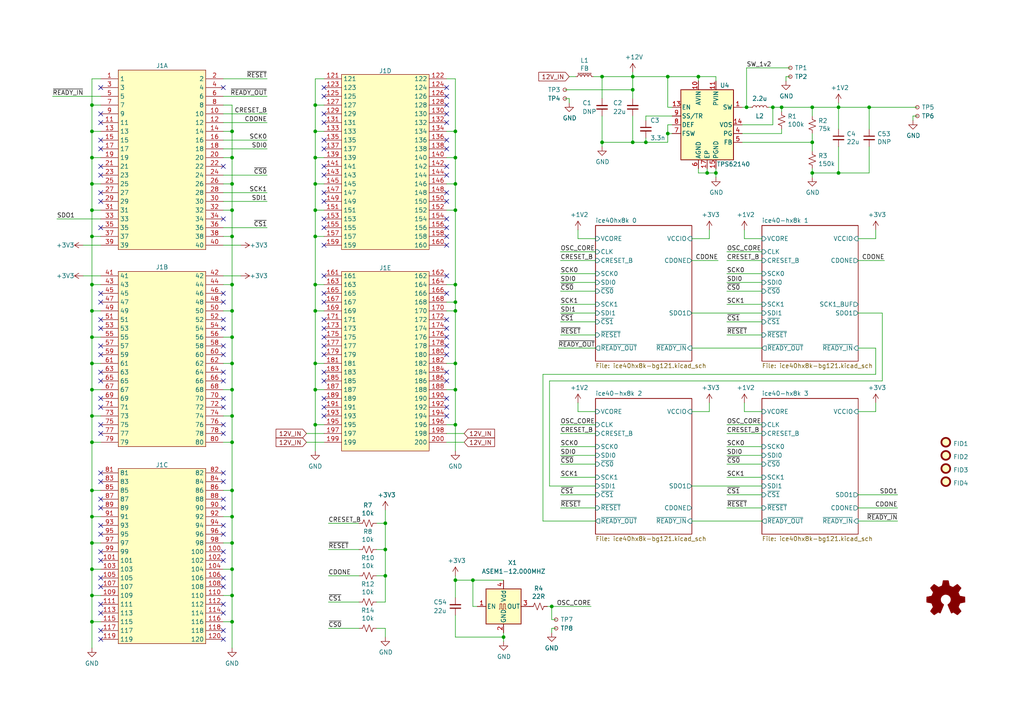
<source format=kicad_sch>
(kicad_sch (version 20211123) (generator eeschema)
  (paper "A4")
  (title_block (date "2021-08-15") (rev "CM4") (company "fourside.io"))
  (junction (at 67.31 180.34))
  (junction (at 132.08 38.1))
  (junction (at 26.67 180.34))
  (junction (at 67.31 128.27))
  (junction (at 26.67 149.86))
  (junction (at 26.67 105.41))
  (junction (at 132.08 123.19))
  (junction (at 26.67 142.24))
  (junction (at 26.67 45.72))
  (junction (at 132.08 53.34))
  (junction (at 26.67 68.58))
  (junction (at 224.155 31.115))
  (junction (at 26.67 90.17))
  (junction (at 132.08 113.03))
  (junction (at 26.67 157.48))
  (junction (at 91.44 38.1))
  (junction (at 111.76 159.385))
  (junction (at 91.44 45.72))
  (junction (at 67.31 172.72))
  (junction (at 26.67 165.1))
  (junction (at 174.625 22.225))
  (junction (at 67.31 53.34))
  (junction (at 91.44 60.96))
  (junction (at 67.31 97.79))
  (junction (at 193.675 22.225))
  (junction (at 160.02 175.895))
  (junction (at 132.08 82.55))
  (junction (at 252.095 31.115))
  (junction (at 91.44 113.03))
  (junction (at 207.645 50.165))
  (junction (at 67.31 60.96))
  (junction (at 132.08 168.275))
  (junction (at 235.585 50.165))
  (junction (at 193.675 38.735))
  (junction (at 132.08 90.17))
  (junction (at 26.67 97.79))
  (junction (at 243.205 31.115))
  (junction (at 187.325 41.275))
  (junction (at 67.31 82.55))
  (junction (at 174.625 41.275))
  (junction (at 111.76 167.005))
  (junction (at 132.08 105.41))
  (junction (at 67.31 149.86))
  (junction (at 91.44 123.19))
  (junction (at 26.67 30.48))
  (junction (at 67.31 157.48))
  (junction (at 111.76 151.765))
  (junction (at 183.515 41.275))
  (junction (at 183.515 22.225))
  (junction (at 226.695 31.115))
  (junction (at 26.67 38.1))
  (junction (at 26.67 128.27))
  (junction (at 67.31 90.17))
  (junction (at 67.31 38.1))
  (junction (at 132.08 60.96))
  (junction (at 235.585 41.275))
  (junction (at 26.67 82.55))
  (junction (at 91.44 82.55))
  (junction (at 235.585 31.115))
  (junction (at 26.67 113.03))
  (junction (at 183.515 26.035))
  (junction (at 67.31 105.41))
  (junction (at 67.31 45.72))
  (junction (at 26.67 60.96))
  (junction (at 91.44 30.48))
  (junction (at 26.67 120.65))
  (junction (at 137.16 168.275))
  (junction (at 67.31 120.65))
  (junction (at 202.565 22.225))
  (junction (at 243.205 50.165))
  (junction (at 26.67 53.34))
  (junction (at 67.31 113.03))
  (junction (at 26.67 172.72))
  (junction (at 91.44 68.58))
  (junction (at 132.08 45.72))
  (junction (at 205.105 50.165))
  (junction (at 91.44 90.17))
  (junction (at 146.05 184.785))
  (junction (at 132.08 87.63))
  (junction (at 216.535 31.115))
  (junction (at 67.31 142.24))
  (junction (at 91.44 105.41))
  (junction (at 67.31 68.58))
  (junction (at 91.44 53.34))
  (junction (at 67.31 165.1))
  (no_connect (at 64.77 107.95))
  (no_connect (at 64.77 102.87))
  (no_connect (at 64.77 87.63))
  (no_connect (at 64.77 115.57))
  (no_connect (at 64.77 110.49))
  (no_connect (at 64.77 118.11))
  (no_connect (at 64.77 125.73))
  (no_connect (at 64.77 123.19))
  (no_connect (at 64.77 95.25))
  (no_connect (at 129.54 92.71))
  (no_connect (at 64.77 25.4))
  (no_connect (at 129.54 27.94))
  (no_connect (at 29.21 162.56))
  (no_connect (at 29.21 123.19))
  (no_connect (at 29.21 118.11))
  (no_connect (at 29.21 102.87))
  (no_connect (at 29.21 87.63))
  (no_connect (at 29.21 107.95))
  (no_connect (at 29.21 115.57))
  (no_connect (at 29.21 125.73))
  (no_connect (at 29.21 95.25))
  (no_connect (at 93.98 115.57))
  (no_connect (at 129.54 80.01))
  (no_connect (at 129.54 85.09))
  (no_connect (at 129.54 40.64))
  (no_connect (at 129.54 43.18))
  (no_connect (at 129.54 50.8))
  (no_connect (at 129.54 48.26))
  (no_connect (at 129.54 58.42))
  (no_connect (at 129.54 63.5))
  (no_connect (at 129.54 71.12))
  (no_connect (at 129.54 68.58))
  (no_connect (at 129.54 66.04))
  (no_connect (at 129.54 55.88))
  (no_connect (at 64.77 177.8))
  (no_connect (at 93.98 107.95))
  (no_connect (at 93.98 110.49))
  (no_connect (at 129.54 110.49))
  (no_connect (at 64.77 137.16))
  (no_connect (at 64.77 139.7))
  (no_connect (at 129.54 97.79))
  (no_connect (at 64.77 152.4))
  (no_connect (at 64.77 154.94))
  (no_connect (at 64.77 162.56))
  (no_connect (at 29.21 170.18))
  (no_connect (at 64.77 182.88))
  (no_connect (at 64.77 185.42))
  (no_connect (at 29.21 182.88))
  (no_connect (at 29.21 152.4))
  (no_connect (at 29.21 154.94))
  (no_connect (at 64.77 48.26))
  (no_connect (at 29.21 66.04))
  (no_connect (at 64.77 167.64))
  (no_connect (at 29.21 50.8))
  (no_connect (at 129.54 102.87))
  (no_connect (at 129.54 33.02))
  (no_connect (at 29.21 110.49))
  (no_connect (at 93.98 120.65))
  (no_connect (at 64.77 170.18))
  (no_connect (at 129.54 120.65))
  (no_connect (at 129.54 95.25))
  (no_connect (at 29.21 48.26))
  (no_connect (at 29.21 175.26))
  (no_connect (at 29.21 55.88))
  (no_connect (at 64.77 85.09))
  (no_connect (at 29.21 100.33))
  (no_connect (at 64.77 100.33))
  (no_connect (at 64.77 92.71))
  (no_connect (at 29.21 92.71))
  (no_connect (at 29.21 85.09))
  (no_connect (at 29.21 177.8))
  (no_connect (at 64.77 175.26))
  (no_connect (at 64.77 160.02))
  (no_connect (at 29.21 160.02))
  (no_connect (at 29.21 167.64))
  (no_connect (at 129.54 25.4))
  (no_connect (at 93.98 118.11))
  (no_connect (at 64.77 147.32))
  (no_connect (at 64.77 144.78))
  (no_connect (at 129.54 30.48))
  (no_connect (at 129.54 115.57))
  (no_connect (at 129.54 118.11))
  (no_connect (at 29.21 33.02))
  (no_connect (at 29.21 35.56))
  (no_connect (at 29.21 43.18))
  (no_connect (at 29.21 25.4))
  (no_connect (at 129.54 107.95))
  (no_connect (at 93.98 100.33))
  (no_connect (at 29.21 144.78))
  (no_connect (at 29.21 147.32))
  (no_connect (at 29.21 139.7))
  (no_connect (at 29.21 137.16))
  (no_connect (at 129.54 100.33))
  (no_connect (at 29.21 40.64))
  (no_connect (at 93.98 102.87))
  (no_connect (at 93.98 95.25))
  (no_connect (at 93.98 97.79))
  (no_connect (at 93.98 92.71))
  (no_connect (at 93.98 87.63))
  (no_connect (at 93.98 63.5))
  (no_connect (at 93.98 58.42))
  (no_connect (at 93.98 55.88))
  (no_connect (at 93.98 50.8))
  (no_connect (at 93.98 66.04))
  (no_connect (at 93.98 85.09))
  (no_connect (at 93.98 71.12))
  (no_connect (at 93.98 80.01))
  (no_connect (at 93.98 48.26))
  (no_connect (at 93.98 40.64))
  (no_connect (at 93.98 43.18))
  (no_connect (at 93.98 33.02))
  (no_connect (at 93.98 35.56))
  (no_connect (at 93.98 25.4))
  (no_connect (at 93.98 27.94))
  (no_connect (at 129.54 35.56))
  (no_connect (at 29.21 58.42))
  (no_connect (at 29.21 185.42))
  (no_connect (at 64.77 63.5))
  (wire (pts (xy 95.25 182.245) (xy 104.14 182.245)))
  (wire (pts (xy 132.08 105.41) (xy 132.08 113.03)))
  (wire (pts (xy 26.67 30.48) (xy 29.21 30.48)))
  (wire (pts (xy 67.31 157.48) (xy 64.77 157.48)))
  (wire (pts (xy 67.31 90.17) (xy 67.31 97.79)))
  (wire (pts (xy 111.76 167.005) (xy 111.76 174.625)))
  (wire (pts (xy 26.67 45.72) (xy 26.67 53.34)))
  (wire (pts (xy 91.44 60.96) (xy 93.98 60.96)))
  (wire (pts (xy 91.44 105.41) (xy 93.98 105.41)))
  (wire (pts (xy 227.965 23.495) (xy 227.965 22.225)))
  (wire (pts (xy 67.31 113.03) (xy 67.31 120.65)))
  (wire (pts (xy 210.82 123.19) (xy 220.98 123.19)))
  (wire (pts (xy 224.155 31.115) (xy 222.885 31.115)))
  (wire (pts (xy 163.83 26.035) (xy 183.515 26.035)))
  (wire (pts (xy 67.31 142.24) (xy 67.31 149.86)))
  (wire (pts (xy 26.67 105.41) (xy 26.67 113.03)))
  (wire (pts (xy 183.515 33.655) (xy 183.515 41.275)))
  (wire (pts (xy 137.16 175.895) (xy 137.16 168.275)))
  (wire (pts (xy 26.67 68.58) (xy 26.67 82.55)))
  (wire (pts (xy 162.56 125.73) (xy 172.72 125.73)))
  (wire (pts (xy 26.67 128.27) (xy 29.21 128.27)))
  (wire (pts (xy 210.82 84.455) (xy 220.98 84.455)))
  (wire (pts (xy 91.44 90.17) (xy 93.98 90.17)))
  (wire (pts (xy 111.76 167.005) (xy 109.22 167.005)))
  (wire (pts (xy 160.02 179.705) (xy 160.02 175.895)))
  (wire (pts (xy 202.565 23.495) (xy 202.565 22.225)))
  (wire (pts (xy 111.76 151.765) (xy 109.22 151.765)))
  (wire (pts (xy 159.385 110.49) (xy 255.905 110.49)))
  (wire (pts (xy 26.67 38.1) (xy 26.67 45.72)))
  (wire (pts (xy 193.675 31.115) (xy 194.945 31.115)))
  (wire (pts (xy 26.67 60.96) (xy 29.21 60.96)))
  (wire (pts (xy 91.44 53.34) (xy 93.98 53.34)))
  (wire (pts (xy 132.08 82.55) (xy 132.08 87.63)))
  (wire (pts (xy 227.965 22.225) (xy 229.235 22.225)))
  (wire (pts (xy 243.205 42.545) (xy 243.205 50.165)))
  (wire (pts (xy 226.695 37.465) (xy 226.695 38.735)))
  (wire (pts (xy 252.095 31.115) (xy 252.095 37.465)))
  (wire (pts (xy 24.13 71.12) (xy 29.21 71.12)))
  (wire (pts (xy 67.31 53.34) (xy 64.77 53.34)))
  (wire (pts (xy 26.67 97.79) (xy 29.21 97.79)))
  (wire (pts (xy 165.1 22.225) (xy 167.005 22.225)))
  (wire (pts (xy 137.16 168.275) (xy 146.05 168.275)))
  (wire (pts (xy 64.77 35.56) (xy 77.47 35.56)))
  (wire (pts (xy 172.72 69.215) (xy 167.64 69.215)))
  (wire (pts (xy 160.02 175.895) (xy 171.45 175.895)))
  (wire (pts (xy 111.76 182.245) (xy 109.22 182.245)))
  (wire (pts (xy 132.08 82.55) (xy 129.54 82.55)))
  (wire (pts (xy 235.585 41.275) (xy 235.585 38.735)))
  (wire (pts (xy 210.82 75.565) (xy 220.98 75.565)))
  (wire (pts (xy 132.08 60.96) (xy 129.54 60.96)))
  (wire (pts (xy 64.77 66.04) (xy 77.47 66.04)))
  (wire (pts (xy 172.72 119.38) (xy 167.64 119.38)))
  (wire (pts (xy 200.66 100.965) (xy 220.98 100.965)))
  (wire (pts (xy 252.095 50.165) (xy 243.205 50.165)))
  (wire (pts (xy 26.67 180.34) (xy 26.67 187.96)))
  (wire (pts (xy 159.385 110.49) (xy 159.385 140.97)))
  (wire (pts (xy 64.77 50.8) (xy 77.47 50.8)))
  (wire (pts (xy 254 66.675) (xy 254 69.215)))
  (wire (pts (xy 159.385 140.97) (xy 172.72 140.97)))
  (wire (pts (xy 111.76 147.955) (xy 111.76 151.765)))
  (wire (pts (xy 243.205 31.115) (xy 252.095 31.115)))
  (wire (pts (xy 158.75 175.895) (xy 160.02 175.895)))
  (wire (pts (xy 67.31 60.96) (xy 67.31 68.58)))
  (wire (pts (xy 224.155 36.195) (xy 224.155 31.115)))
  (wire (pts (xy 174.625 41.275) (xy 174.625 42.545)))
  (wire (pts (xy 64.77 40.64) (xy 77.47 40.64)))
  (wire (pts (xy 157.48 108.585) (xy 254 108.585)))
  (wire (pts (xy 216.535 19.685) (xy 229.235 19.685)))
  (wire (pts (xy 67.31 45.72) (xy 67.31 53.34)))
  (wire (pts (xy 215.9 116.84) (xy 215.9 119.38)))
  (wire (pts (xy 26.67 30.48) (xy 26.67 38.1)))
  (wire (pts (xy 162.56 134.62) (xy 172.72 134.62)))
  (wire (pts (xy 26.67 128.27) (xy 26.67 142.24)))
  (wire (pts (xy 162.56 143.51) (xy 172.72 143.51)))
  (wire (pts (xy 235.585 51.435) (xy 235.585 50.165)))
  (wire (pts (xy 183.515 22.225) (xy 183.515 26.035)))
  (wire (pts (xy 26.67 22.86) (xy 26.67 30.48)))
  (wire (pts (xy 162.56 97.155) (xy 172.72 97.155)))
  (wire (pts (xy 200.66 75.565) (xy 208.28 75.565)))
  (wire (pts (xy 157.48 151.13) (xy 172.72 151.13)))
  (wire (pts (xy 29.21 22.86) (xy 26.67 22.86)))
  (wire (pts (xy 162.56 73.025) (xy 172.72 73.025)))
  (wire (pts (xy 26.67 172.72) (xy 29.21 172.72)))
  (wire (pts (xy 67.31 113.03) (xy 64.77 113.03)))
  (wire (pts (xy 210.82 93.345) (xy 220.98 93.345)))
  (wire (pts (xy 187.325 41.275) (xy 183.515 41.275)))
  (wire (pts (xy 26.67 68.58) (xy 29.21 68.58)))
  (wire (pts (xy 67.31 120.65) (xy 64.77 120.65)))
  (wire (pts (xy 15.24 27.94) (xy 29.21 27.94)))
  (wire (pts (xy 64.77 58.42) (xy 77.47 58.42)))
  (wire (pts (xy 91.44 113.03) (xy 91.44 123.19)))
  (wire (pts (xy 26.67 120.65) (xy 29.21 120.65)))
  (wire (pts (xy 162.56 88.265) (xy 172.72 88.265)))
  (wire (pts (xy 26.67 180.34) (xy 29.21 180.34)))
  (wire (pts (xy 243.205 31.115) (xy 243.205 29.845)))
  (wire (pts (xy 26.67 90.17) (xy 29.21 90.17)))
  (wire (pts (xy 91.44 45.72) (xy 91.44 53.34)))
  (wire (pts (xy 26.67 82.55) (xy 26.67 90.17)))
  (wire (pts (xy 210.82 125.73) (xy 220.98 125.73)))
  (wire (pts (xy 91.44 82.55) (xy 91.44 90.17)))
  (wire (pts (xy 157.48 108.585) (xy 157.48 151.13)))
  (wire (pts (xy 210.82 134.62) (xy 220.98 134.62)))
  (wire (pts (xy 167.64 66.675) (xy 167.64 69.215)))
  (wire (pts (xy 202.565 50.165) (xy 202.565 48.895)))
  (wire (pts (xy 243.205 31.115) (xy 243.205 37.465)))
  (wire (pts (xy 193.675 22.225) (xy 193.675 31.115)))
  (wire (pts (xy 200.66 119.38) (xy 205.74 119.38)))
  (wire (pts (xy 210.82 88.265) (xy 220.98 88.265)))
  (wire (pts (xy 67.31 128.27) (xy 64.77 128.27)))
  (wire (pts (xy 67.31 97.79) (xy 64.77 97.79)))
  (wire (pts (xy 215.265 38.735) (xy 226.695 38.735)))
  (wire (pts (xy 132.08 60.96) (xy 132.08 82.55)))
  (wire (pts (xy 26.67 53.34) (xy 29.21 53.34)))
  (wire (pts (xy 26.67 157.48) (xy 29.21 157.48)))
  (wire (pts (xy 200.66 90.805) (xy 220.98 90.805)))
  (wire (pts (xy 200.66 151.13) (xy 220.98 151.13)))
  (wire (pts (xy 205.74 66.675) (xy 205.74 69.215)))
  (wire (pts (xy 132.08 38.1) (xy 132.08 22.86)))
  (wire (pts (xy 132.08 105.41) (xy 129.54 105.41)))
  (wire (pts (xy 200.66 140.97) (xy 220.98 140.97)))
  (wire (pts (xy 210.82 79.375) (xy 220.98 79.375)))
  (wire (pts (xy 26.67 45.72) (xy 29.21 45.72)))
  (wire (pts (xy 187.325 41.275) (xy 193.675 41.275)))
  (wire (pts (xy 187.325 40.005) (xy 187.325 41.275)))
  (wire (pts (xy 91.44 45.72) (xy 93.98 45.72)))
  (wire (pts (xy 132.08 184.785) (xy 146.05 184.785)))
  (wire (pts (xy 174.625 22.225) (xy 183.515 22.225)))
  (wire (pts (xy 132.08 168.275) (xy 137.16 168.275)))
  (wire (pts (xy 146.05 184.785) (xy 146.05 186.055)))
  (wire (pts (xy 193.675 22.225) (xy 202.565 22.225)))
  (wire (pts (xy 220.98 69.215) (xy 215.9 69.215)))
  (wire (pts (xy 160.02 182.245) (xy 160.02 183.515)))
  (wire (pts (xy 162.56 79.375) (xy 172.72 79.375)))
  (wire (pts (xy 138.43 175.895) (xy 137.16 175.895)))
  (wire (pts (xy 95.25 159.385) (xy 104.14 159.385)))
  (wire (pts (xy 95.25 167.005) (xy 104.14 167.005)))
  (wire (pts (xy 132.08 45.72) (xy 132.08 53.34)))
  (wire (pts (xy 248.92 119.38) (xy 254 119.38)))
  (wire (pts (xy 248.92 147.32) (xy 260.35 147.32)))
  (wire (pts (xy 91.44 68.58) (xy 93.98 68.58)))
  (wire (pts (xy 264.795 33.655) (xy 264.795 34.925)))
  (wire (pts (xy 174.625 33.655) (xy 174.625 41.275)))
  (wire (pts (xy 235.585 31.115) (xy 243.205 31.115)))
  (wire (pts (xy 132.08 90.17) (xy 129.54 90.17)))
  (wire (pts (xy 167.64 116.84) (xy 167.64 119.38)))
  (wire (pts (xy 226.695 31.115) (xy 226.695 32.385)))
  (wire (pts (xy 67.31 60.96) (xy 64.77 60.96)))
  (wire (pts (xy 67.31 165.1) (xy 64.77 165.1)))
  (wire (pts (xy 165.1 29.845) (xy 165.1 28.575)))
  (wire (pts (xy 67.31 165.1) (xy 67.31 172.72)))
  (wire (pts (xy 210.82 138.43) (xy 220.98 138.43)))
  (wire (pts (xy 210.82 143.51) (xy 220.98 143.51)))
  (wire (pts (xy 91.44 30.48) (xy 93.98 30.48)))
  (wire (pts (xy 210.82 73.025) (xy 220.98 73.025)))
  (wire (pts (xy 91.44 105.41) (xy 91.44 113.03)))
  (wire (pts (xy 205.74 116.84) (xy 205.74 119.38)))
  (wire (pts (xy 216.535 19.685) (xy 216.535 31.115)))
  (wire (pts (xy 183.515 20.955) (xy 183.515 22.225)))
  (wire (pts (xy 207.645 50.165) (xy 205.105 50.165)))
  (wire (pts (xy 91.44 60.96) (xy 91.44 68.58)))
  (wire (pts (xy 215.265 36.195) (xy 224.155 36.195)))
  (wire (pts (xy 162.56 147.32) (xy 172.72 147.32)))
  (wire (pts (xy 67.31 38.1) (xy 64.77 38.1)))
  (wire (pts (xy 162.56 123.19) (xy 172.72 123.19)))
  (wire (pts (xy 26.67 172.72) (xy 26.67 180.34)))
  (wire (pts (xy 93.98 22.86) (xy 91.44 22.86)))
  (wire (pts (xy 194.945 36.195) (xy 193.675 36.195)))
  (wire (pts (xy 210.82 129.54) (xy 220.98 129.54)))
  (wire (pts (xy 67.31 172.72) (xy 64.77 172.72)))
  (wire (pts (xy 248.92 75.565) (xy 256.54 75.565)))
  (wire (pts (xy 67.31 45.72) (xy 64.77 45.72)))
  (wire (pts (xy 224.155 31.115) (xy 226.695 31.115)))
  (wire (pts (xy 132.08 87.63) (xy 132.08 90.17)))
  (wire (pts (xy 193.675 36.195) (xy 193.675 38.735)))
  (wire (pts (xy 91.44 38.1) (xy 91.44 45.72)))
  (wire (pts (xy 91.44 113.03) (xy 93.98 113.03)))
  (wire (pts (xy 67.31 38.1) (xy 67.31 45.72)))
  (wire (pts (xy 207.645 48.895) (xy 207.645 50.165)))
  (wire (pts (xy 207.645 22.225) (xy 207.645 23.495)))
  (wire (pts (xy 216.535 31.115) (xy 217.805 31.115)))
  (wire (pts (xy 91.44 90.17) (xy 91.44 105.41)))
  (wire (pts (xy 132.08 38.1) (xy 132.08 45.72)))
  (wire (pts (xy 266.065 33.655) (xy 264.795 33.655)))
  (wire (pts (xy 26.67 105.41) (xy 29.21 105.41)))
  (wire (pts (xy 215.265 31.115) (xy 216.535 31.115)))
  (wire (pts (xy 111.76 159.385) (xy 111.76 167.005)))
  (wire (pts (xy 26.67 165.1) (xy 29.21 165.1)))
  (wire (pts (xy 132.08 178.435) (xy 132.08 184.785)))
  (wire (pts (xy 67.31 68.58) (xy 64.77 68.58)))
  (wire (pts (xy 88.9 128.27) (xy 93.98 128.27)))
  (wire (pts (xy 26.67 142.24) (xy 26.67 149.86)))
  (wire (pts (xy 202.565 22.225) (xy 207.645 22.225)))
  (wire (pts (xy 183.515 26.035) (xy 183.515 28.575)))
  (wire (pts (xy 67.31 82.55) (xy 67.31 90.17)))
  (wire (pts (xy 248.92 143.51) (xy 260.35 143.51)))
  (wire (pts (xy 67.31 149.86) (xy 67.31 157.48)))
  (wire (pts (xy 252.095 31.115) (xy 266.065 31.115)))
  (wire (pts (xy 111.76 151.765) (xy 111.76 159.385)))
  (wire (pts (xy 95.25 174.625) (xy 104.14 174.625)))
  (wire (pts (xy 172.085 22.225) (xy 174.625 22.225)))
  (wire (pts (xy 129.54 87.63) (xy 132.08 87.63)))
  (wire (pts (xy 132.08 45.72) (xy 129.54 45.72)))
  (wire (pts (xy 162.56 132.08) (xy 172.72 132.08)))
  (wire (pts (xy 67.31 68.58) (xy 67.31 82.55)))
  (wire (pts (xy 67.31 172.72) (xy 67.31 180.34)))
  (wire (pts (xy 254 116.84) (xy 254 119.38)))
  (wire (pts (xy 183.515 22.225) (xy 193.675 22.225)))
  (wire (pts (xy 193.675 38.735) (xy 193.675 41.275)))
  (wire (pts (xy 64.77 43.18) (xy 77.47 43.18)))
  (wire (pts (xy 162.56 81.915) (xy 172.72 81.915)))
  (wire (pts (xy 207.645 51.435) (xy 207.645 50.165)))
  (wire (pts (xy 146.05 184.785) (xy 146.05 183.515)))
  (wire (pts (xy 174.625 41.275) (xy 183.515 41.275)))
  (wire (pts (xy 67.31 149.86) (xy 64.77 149.86)))
  (wire (pts (xy 162.56 84.455) (xy 172.72 84.455)))
  (wire (pts (xy 64.77 22.86) (xy 77.47 22.86)))
  (wire (pts (xy 205.105 50.165) (xy 202.565 50.165)))
  (wire (pts (xy 88.9 125.73) (xy 93.98 125.73)))
  (wire (pts (xy 91.44 53.34) (xy 91.44 60.96)))
  (wire (pts (xy 165.1 28.575) (xy 163.83 28.575)))
  (wire (pts (xy 248.92 100.965) (xy 254 100.965)))
  (wire (pts (xy 67.31 128.27) (xy 67.31 142.24)))
  (wire (pts (xy 67.31 142.24) (xy 64.77 142.24)))
  (wire (pts (xy 26.67 90.17) (xy 26.67 97.79)))
  (wire (pts (xy 226.695 31.115) (xy 235.585 31.115)))
  (wire (pts (xy 132.08 53.34) (xy 129.54 53.34)))
  (wire (pts (xy 67.31 30.48) (xy 64.77 30.48)))
  (wire (pts (xy 162.56 90.805) (xy 172.72 90.805)))
  (wire (pts (xy 129.54 123.19) (xy 132.08 123.19)))
  (wire (pts (xy 69.85 71.12) (xy 64.77 71.12)))
  (wire (pts (xy 67.31 180.34) (xy 67.31 187.96)))
  (wire (pts (xy 69.85 80.01) (xy 64.77 80.01)))
  (wire (pts (xy 220.98 119.38) (xy 215.9 119.38)))
  (wire (pts (xy 26.67 157.48) (xy 26.67 165.1)))
  (wire (pts (xy 64.77 27.94) (xy 77.47 27.94)))
  (wire (pts (xy 26.67 38.1) (xy 29.21 38.1)))
  (wire (pts (xy 111.76 174.625) (xy 109.22 174.625)))
  (wire (pts (xy 187.325 33.655) (xy 187.325 34.925)))
  (wire (pts (xy 162.56 138.43) (xy 172.72 138.43)))
  (wire (pts (xy 91.44 123.19) (xy 93.98 123.19)))
  (wire (pts (xy 132.08 173.355) (xy 132.08 168.275)))
  (wire (pts (xy 187.325 33.655) (xy 194.945 33.655)))
  (wire (pts (xy 160.02 179.705) (xy 161.29 179.705)))
  (wire (pts (xy 210.82 97.155) (xy 220.98 97.155)))
  (wire (pts (xy 161.29 182.245) (xy 160.02 182.245)))
  (wire (pts (xy 67.31 157.48) (xy 67.31 165.1)))
  (wire (pts (xy 91.44 30.48) (xy 91.44 38.1)))
  (wire (pts (xy 132.08 22.86) (xy 129.54 22.86)))
  (wire (pts (xy 26.67 165.1) (xy 26.67 172.72)))
  (wire (pts (xy 193.675 38.735) (xy 194.945 38.735)))
  (wire (pts (xy 67.31 180.34) (xy 64.77 180.34)))
  (wire (pts (xy 161.925 100.965) (xy 172.72 100.965)))
  (wire (pts (xy 67.31 30.48) (xy 67.31 38.1)))
  (wire (pts (xy 215.9 66.675) (xy 215.9 69.215)))
  (wire (pts (xy 132.08 167.005) (xy 132.08 168.275)))
  (wire (pts (xy 134.62 125.73) (xy 129.54 125.73)))
  (wire (pts (xy 95.25 151.765) (xy 104.14 151.765)))
  (wire (pts (xy 132.08 113.03) (xy 132.08 123.19)))
  (wire (pts (xy 64.77 33.02) (xy 77.47 33.02)))
  (wire (pts (xy 26.67 113.03) (xy 26.67 120.65)))
  (wire (pts (xy 26.67 82.55) (xy 29.21 82.55)))
  (wire (pts (xy 252.095 42.545) (xy 252.095 50.165)))
  (wire (pts (xy 67.31 53.34) (xy 67.31 60.96)))
  (wire (pts (xy 162.56 75.565) (xy 172.72 75.565)))
  (wire (pts (xy 26.67 120.65) (xy 26.67 128.27)))
  (wire (pts (xy 255.905 90.805) (xy 255.905 110.49)))
  (wire (pts (xy 29.21 63.5) (xy 16.51 63.5)))
  (wire (pts (xy 132.08 53.34) (xy 132.08 60.96)))
  (wire (pts (xy 200.66 69.215) (xy 205.74 69.215)))
  (wire (pts (xy 26.67 53.34) (xy 26.67 60.96)))
  (wire (pts (xy 67.31 105.41) (xy 64.77 105.41)))
  (wire (pts (xy 26.67 149.86) (xy 29.21 149.86)))
  (wire (pts (xy 26.67 113.03) (xy 29.21 113.03)))
  (wire (pts (xy 26.67 142.24) (xy 29.21 142.24)))
  (wire (pts (xy 210.82 147.32) (xy 220.98 147.32)))
  (wire (pts (xy 91.44 68.58) (xy 91.44 82.55)))
  (wire (pts (xy 134.62 128.27) (xy 129.54 128.27)))
  (wire (pts (xy 91.44 22.86) (xy 91.44 30.48)))
  (wire (pts (xy 67.31 90.17) (xy 64.77 90.17)))
  (wire (pts (xy 174.625 22.225) (xy 174.625 28.575)))
  (wire (pts (xy 205.105 48.895) (xy 205.105 50.165)))
  (wire (pts (xy 215.265 41.275) (xy 235.585 41.275)))
  (wire (pts (xy 132.08 113.03) (xy 129.54 113.03)))
  (wire (pts (xy 24.13 80.01) (xy 29.21 80.01)))
  (wire (pts (xy 91.44 123.19) (xy 91.44 130.81)))
  (wire (pts (xy 235.585 41.275) (xy 235.585 43.815)))
  (wire (pts (xy 162.56 93.345) (xy 172.72 93.345)))
  (wire (pts (xy 254 100.965) (xy 254 108.585)))
  (wire (pts (xy 64.77 55.88) (xy 77.47 55.88)))
  (wire (pts (xy 132.08 90.17) (xy 132.08 105.41)))
  (wire (pts (xy 235.585 31.115) (xy 235.585 33.655)))
  (wire (pts (xy 67.31 97.79) (xy 67.31 105.41)))
  (wire (pts (xy 132.08 123.19) (xy 132.08 130.81)))
  (wire (pts (xy 26.67 60.96) (xy 26.67 68.58)))
  (wire (pts (xy 210.82 132.08) (xy 220.98 132.08)))
  (wire (pts (xy 111.76 159.385) (xy 109.22 159.385)))
  (wire (pts (xy 26.67 97.79) (xy 26.67 105.41)))
  (wire (pts (xy 67.31 82.55) (xy 64.77 82.55)))
  (wire (pts (xy 91.44 38.1) (xy 93.98 38.1)))
  (wire (pts (xy 235.585 50.165) (xy 235.585 48.895)))
  (wire (pts (xy 91.44 82.55) (xy 93.98 82.55)))
  (wire (pts (xy 210.82 81.915) (xy 220.98 81.915)))
  (wire (pts (xy 67.31 105.41) (xy 67.31 113.03)))
  (wire (pts (xy 111.76 184.785) (xy 111.76 182.245)))
  (wire (pts (xy 248.92 69.215) (xy 254 69.215)))
  (wire (pts (xy 235.585 50.165) (xy 243.205 50.165)))
  (wire (pts (xy 132.08 38.1) (xy 129.54 38.1)))
  (wire (pts (xy 248.92 151.13) (xy 260.35 151.13)))
  (wire (pts (xy 162.56 129.54) (xy 172.72 129.54)))
  (wire (pts (xy 26.67 149.86) (xy 26.67 157.48)))
  (wire (pts (xy 248.92 90.805) (xy 255.905 90.805)))
  (wire (pts (xy 67.31 120.65) (xy 67.31 128.27)))
  (label "OSC_CORE" (at 210.82 73.025 0))
  (label "CDONE" (at 256.54 75.565 180))
  (label "~{RESET}" (at 210.82 97.155 0))
  (label "CRESET_B" (at 162.56 75.565 0))
  (label "~{CS1}" (at 210.82 143.51 0))
  (label "~{RESET}" (at 95.25 159.385 0))
  (label "OSC_CORE" (at 162.56 73.025 0))
  (label "~{CS1}" (at 162.56 93.345 0))
  (label "~{RESET}" (at 162.56 147.32 0))
  (label "CRESET_B" (at 162.56 125.73 0))
  (label "~{CS1}" (at 210.82 93.345 0))
  (label "~{CS1}" (at 162.56 143.51 0))
  (label "SCK0" (at 162.56 129.54 0))
  (label "~{READY_OUT}" (at 161.925 100.965 0))
  (label "CDONE" (at 95.25 167.005 0))
  (label "SDO1" (at 16.51 63.5 0))
  (label "CRESET_B" (at 210.82 75.565 0))
  (label "~{RESET}" (at 77.47 22.86 180))
  (label "CDONE" (at 260.35 147.32 180))
  (label "SDI0" (at 162.56 81.915 0))
  (label "OSC_CORE" (at 210.82 123.19 0))
  (label "SDI0" (at 210.82 132.08 0))
  (label "SCK1" (at 210.82 138.43 0))
  (label "~{CS0}" (at 162.56 134.62 0))
  (label "SCK0" (at 77.47 40.64 180))
  (label "SDO1" (at 260.35 143.51 180))
  (label "CDONE" (at 77.47 35.56 180))
  (label "~{CS1}" (at 77.47 66.04 180))
  (label "~{READY_IN}" (at 260.35 151.13 180))
  (label "CDONE" (at 208.28 75.565 180))
  (label "SCK0" (at 210.82 129.54 0))
  (label "OSC_CORE" (at 171.45 175.895 180))
  (label "~{CS0}" (at 162.56 84.455 0))
  (label "~{CS0}" (at 210.82 134.62 0))
  (label "CRESET_B" (at 95.25 151.765 0))
  (label "SCK0" (at 210.82 79.375 0))
  (label "SCK1" (at 77.47 55.88 180))
  (label "SDI1" (at 77.47 58.42 180))
  (label "OSC_CORE" (at 162.56 123.19 0))
  (label "SDI0" (at 162.56 132.08 0))
  (label "~{RESET}" (at 210.82 147.32 0))
  (label "~{RESET}" (at 162.56 97.155 0))
  (label "~{READY_OUT}" (at 77.47 27.94 180))
  (label "SDI0" (at 210.82 81.915 0))
  (label "SDI0" (at 77.47 43.18 180))
  (label "SCK0" (at 162.56 79.375 0))
  (label "SCK1" (at 162.56 88.265 0))
  (label "~{CS0}" (at 95.25 182.245 0))
  (label "SCK1" (at 210.82 88.265 0))
  (label "~{CS1}" (at 95.25 174.625 0))
  (label "~{CS0}" (at 77.47 50.8 180))
  (label "SDI1" (at 162.56 90.805 0))
  (label "SW_1v2" (at 216.535 19.685 0))
  (label "~{CS0}" (at 210.82 84.455 0))
  (label "SCK1" (at 162.56 138.43 0))
  (label "CRESET_B" (at 77.47 33.02 180))
  (label "~{READY_IN}" (at 15.24 27.94 0))
  (label "CRESET_B" (at 210.82 125.73 0))
  (global_label "12V_IN" (shape input) (at 134.62 128.27 0) (property "Intersheet References" "${INTERSHEET_REFS}" (effects hide)))
  (global_label "12V_IN" (shape input) (at 88.9 128.27 180) (property "Intersheet References" "${INTERSHEET_REFS}" (effects hide)))
  (global_label "12V_IN" (shape input) (at 165.1 22.225 180) (property "Intersheet References" "${INTERSHEET_REFS}" (effects hide)))
  (global_label "12V_IN" (shape input) (at 88.9 125.73 180) (property "Intersheet References" "${INTERSHEET_REFS}" (effects hide)))
  (global_label "12V_IN" (shape input) (at 134.62 125.73 0) (property "Intersheet References" "${INTERSHEET_REFS}" (effects hide)))
  (symbol (lib_id "power:+3V3") (at 205.74 66.675 0) (unit 1)
    (property "Reference" "#PWR016" (effects hide))
    (property "Value" "+3V3" (at 206.121 62.2808 0))
  )
  (symbol (lib_id "power:+1V2") (at 167.64 66.675 0) (unit 1)
    (property "Reference" "#PWR015" (effects hide))
    (property "Value" "+1V2" (at 168.021 62.2808 0))
  )
  (symbol (lib_id "Oscillator:ASV-xxxMHz") (at 146.05 175.895 0) (unit 1)
    (property "Reference" "X1" (at 147.32 163.195 0) (effects (justify left)))
    (property "Value" "ASEM1-12.000MHZ" (at 139.7 165.735 0) (effects (justify left)))
    (property "Footprint" "Oscillator:Oscillator_SMD_Abracon_ASE-4Pin_3.2x2.5mm" (effects hide))
    (property "Datasheet" "http://www.abracon.com/Oscillators/ASV.pdf" (effects hide))
  )
  (symbol (lib_id "power:GND") (at 146.05 186.055 0) (unit 1)
    (property "Reference" "#PWR011" (effects hide))
    (property "Value" "GND" (at 146.177 190.4492 0))
  )
  (symbol (lib_id "Device:C_Small") (at 132.08 175.895 180) (unit 1)
    (property "Reference" "C54" (at 125.73 174.625 0) (effects (justify right)))
    (property "Value" "22u" (at 125.73 177.165 0) (effects (justify right)))
    (property "Footprint" "Capacitor_SMD:C_0402_1005Metric" (effects hide))
  )
  (symbol (lib_id "power:+3V3") (at 132.08 167.005 0) (unit 1)
    (property "Reference" "#PWR09" (effects hide))
    (property "Value" "+3V3" (at 132.461 162.6108 0))
  )
  (symbol (lib_id "Graphic:Logo_Open_Hardware_Small") (at 274.32 173.99 0) (unit 1)
    (property "Reference" "OSHW1" (effects hide))
    (property "Value" "Logo_Open_Hardware_Small" (effects hide))
    (property "Footprint" "Symbol:OSHW-Symbol_6.7x6mm_Copper" (effects hide))
  )
  (symbol (lib_id "Device:L_Ferrite_Small") (at 169.545 22.225 90) (unit 1)
    (property "Reference" "L1" (at 169.545 17.526 90))
    (property "Value" "FB" (at 169.545 19.8374 90))
    (property "Footprint" "Inductor_SMD:L_1008_2520Metric" (effects hide))
  )
  (symbol (lib_id "Device:L_Small") (at 220.345 31.115 90) (unit 1)
    (property "Reference" "L2" (at 220.345 33.655 90))
    (property "Value" "2.2u" (at 220.345 28.575 90))
    (property "Footprint" "Inductor_SMD:L_Vishay_IHLP-2020" (effects hide))
  )
  (symbol (lib_id "Device:R_Small_US") (at 226.695 34.925 0) (unit 1)
    (property "Reference" "R1" (at 228.4222 33.7566 0) (effects (justify left)))
    (property "Value" "100k" (at 228.4222 36.068 0) (effects (justify left)))
    (property "Footprint" "Resistor_SMD:R_0402_1005Metric" (effects hide))
  )
  (symbol (lib_id "Device:C_Small") (at 243.205 40.005 0) (unit 1)
    (property "Reference" "C4" (at 245.5418 38.8366 0) (effects (justify left)))
    (property "Value" "22u" (at 245.5418 41.148 0) (effects (justify left)))
    (property "Footprint" "Capacitor_SMD:C_0805_2012Metric" (effects hide))
  )
  (symbol (lib_id "power:GND") (at 207.645 51.435 0) (unit 1)
    (property "Reference" "#PWR07" (effects hide))
    (property "Value" "GND" (at 207.772 55.8292 0))
  )
  (symbol (lib_id "Regulator_Switching:TPS62140") (at 205.105 36.195 0) (unit 1)
    (property "Reference" "U4" (at 210.185 24.765 0))
    (property "Value" "TPS62140" (at 212.725 47.625 0))
    (property "Footprint" "Package_DFN_QFN:VQFN-16-1EP_3x3mm_P0.5mm_EP1.68x1.68mm_ThermalVias" (effects hide))
    (property "Datasheet" "http://www.ti.com/lit/ds/symlink/TPS62140.pdf" (effects hide))
  )
  (symbol (lib_id "Device:R_Small_US") (at 235.585 36.195 0) (unit 1)
    (property "Reference" "R2" (at 237.3122 35.0266 0) (effects (justify left)))
    (property "Value" "75k" (at 237.3122 37.338 0) (effects (justify left)))
    (property "Footprint" "Resistor_SMD:R_0402_1005Metric" (effects hide))
  )
  (symbol (lib_id "Device:R_Small_US") (at 235.585 46.355 0) (unit 1)
    (property "Reference" "R3" (at 237.3122 45.1866 0) (effects (justify left)))
    (property "Value" "150k" (at 237.3122 47.498 0) (effects (justify left)))
    (property "Footprint" "Resistor_SMD:R_0402_1005Metric" (effects hide))
  )
  (symbol (lib_id "power:GND") (at 235.585 51.435 0) (unit 1)
    (property "Reference" "#PWR08" (effects hide))
    (property "Value" "GND" (at 235.712 55.8292 0))
  )
  (symbol (lib_id "power:GND") (at 174.625 42.545 0) (unit 1)
    (property "Reference" "#PWR06" (effects hide))
    (property "Value" "GND" (at 174.752 46.9392 0))
  )
  (symbol (lib_id "power:+12V") (at 183.515 20.955 0) (unit 1)
    (property "Reference" "#PWR01" (effects hide))
    (property "Value" "+12V" (at 183.896 16.5608 0))
  )
  (symbol (lib_id "Device:C_Small") (at 187.325 37.465 0) (unit 1)
    (property "Reference" "C3" (at 188.595 34.925 0) (effects (justify left)))
    (property "Value" "3.3n" (at 188.595 40.005 0) (effects (justify left)))
    (property "Footprint" "Capacitor_SMD:C_0402_1005Metric" (effects hide))
  )
  (symbol (lib_id "power:+1V2") (at 243.205 29.845 0) (unit 1)
    (property "Reference" "#PWR04" (effects hide))
    (property "Value" "+1V2" (at 243.586 25.4508 0))
  )
  (symbol (lib_id "Device:R_Small_US") (at 156.21 175.895 270) (unit 1)
    (property "Reference" "R4" (at 156.21 170.688 90))
    (property "Value" "22R" (at 156.21 172.9994 90))
    (property "Footprint" "Resistor_SMD:R_0402_1005Metric" (effects hide))
  )
  (symbol (lib_id "power:+1V2") (at 215.9 66.675 0) (unit 1)
    (property "Reference" "#PWR017" (effects hide))
    (property "Value" "+1V2" (at 216.281 62.2808 0))
  )
  (symbol (lib_id "power:+3V3") (at 69.85 80.01 270) (mirror x) (unit 1)
    (property "Reference" "#PWR020" (effects hide))
    (property "Value" "+3V3" (at 72.39 80.01 90) (effects (justify left)))
  )
  (symbol (lib_id "Device:C_Small") (at 183.515 31.115 180) (unit 1)
    (property "Reference" "C2" (at 177.8 29.845 0) (effects (justify right)))
    (property "Value" "22u" (at 177.8 32.385 0) (effects (justify right)))
    (property "Footprint" "Capacitor_SMD:C_0805_2012Metric" (effects hide))
  )
  (symbol (lib_id "power:+3V3") (at 69.85 71.12 270) (mirror x) (unit 1)
    (property "Reference" "#PWR014" (effects hide))
    (property "Value" "+3V3" (at 72.39 71.12 90) (effects (justify left)))
  )
  (symbol (lib_id "Mechanical:Fiducial") (at 274.32 135.89 0) (unit 1)
    (property "Reference" "FID3" (at 276.479 136.3238 0) (effects (justify left)))
    (property "Value" "Fiducial" (effects hide))
    (property "Footprint" "Fiducial:Fiducial_0.5mm_Mask1mm" (effects hide))
  )
  (symbol (lib_id "Mechanical:Fiducial") (at 274.32 139.7 0) (unit 1)
    (property "Reference" "FID4" (at 276.479 140.1338 0) (effects (justify left)))
    (property "Value" "Fiducial" (effects hide))
    (property "Footprint" "Fiducial:Fiducial_0.5mm_Mask1mm" (effects hide))
  )
  (symbol (lib_id "power:+3V3") (at 111.76 147.955 0) (unit 1)
    (property "Reference" "#PWR0101" (effects hide))
    (property "Value" "+3V3" (at 112.141 143.5608 0))
  )
  (symbol (lib_id "Connector:SODIMM-200_Split") (at 111.76 102.87 0) (unit 5)
    (property "Reference" "J1" (at 111.76 77.7042 0))
    (property "Value" "SODIMM-200_Split" (effects hide))
    (property "Footprint" "jkiv-library:SODIMM-200-DDR2-PCB" (effects hide))
  )
  (symbol (lib_id "Connector:TestPoint_Small") (at 266.065 33.655 90) (unit 1)
    (property "Reference" "TP6" (at 267.335 33.655 90) (effects (justify right)))
    (property "Value" "GND" (effects hide))
    (property "Footprint" "TestPoint:TestPoint_Pad_D1.0mm" (effects hide))
  )
  (symbol (lib_id "power:+3V3") (at 24.13 71.12 90) (unit 1)
    (property "Reference" "#PWR013" (effects hide))
    (property "Value" "+3V3" (at 21.59 71.12 90) (effects (justify left)))
  )
  (symbol (lib_id "Connector:TestPoint_Small") (at 266.065 31.115 90) (unit 1)
    (property "Reference" "TP5" (at 267.335 31.115 90) (effects (justify right)))
    (property "Value" "+1v2" (effects hide))
    (property "Footprint" "TestPoint:TestPoint_Pad_D1.0mm" (effects hide))
  )
  (symbol (lib_id "power:+3V3") (at 205.74 116.84 0) (unit 1)
    (property "Reference" "#PWR022" (effects hide))
    (property "Value" "+3V3" (at 206.121 112.4458 0))
  )
  (symbol (lib_id "Connector:SODIMM-200_Split") (at 111.76 45.72 0) (unit 4)
    (property "Reference" "J1" (at 111.76 20.5542 0))
    (property "Value" "SODIMM-200_Split" (effects hide))
    (property "Footprint" "jkiv-library:SODIMM-200-DDR2-PCB" (effects hide))
  )
  (symbol (lib_id "Connector:SODIMM-200_Split") (at 46.99 160.02 0) (unit 3)
    (property "Reference" "J1" (at 46.99 134.8542 0))
    (property "Value" "SODIMM-200_Split" (effects hide))
    (property "Footprint" "jkiv-library:SODIMM-200-DDR2-PCB" (effects hide))
  )
  (symbol (lib_id "Device:C_Small") (at 174.625 31.115 180) (unit 1)
    (property "Reference" "C1" (at 168.91 29.845 0) (effects (justify right)))
    (property "Value" "DNP" (at 168.91 32.385 0) (effects (justify right)))
    (property "Footprint" "Capacitor_SMD:C_0805_2012Metric" (effects hide))
  )
  (symbol (lib_id "Mechanical:Fiducial") (at 274.32 132.08 0) (unit 1)
    (property "Reference" "FID2" (at 276.479 132.5138 0) (effects (justify left)))
    (property "Value" "Fiducial" (effects hide))
    (property "Footprint" "Fiducial:Fiducial_0.5mm_Mask1mm" (effects hide))
  )
  (symbol (lib_id "Device:C_Small") (at 252.095 40.005 0) (unit 1)
    (property "Reference" "C53" (at 254.4318 38.8366 0) (effects (justify left)))
    (property "Value" "DNP" (at 254.4318 41.148 0) (effects (justify left)))
    (property "Footprint" "Capacitor_SMD:C_0805_2012Metric" (effects hide))
  )
  (symbol (lib_id "Connector:TestPoint_Small") (at 163.83 28.575 270) (mirror x) (unit 1)
    (property "Reference" "TP4" (at 162.56 28.575 90) (effects (justify right)))
    (property "Value" "GND" (effects hide))
    (property "Footprint" "TestPoint:TestPoint_Pad_D1.0mm" (effects hide))
  )
  (symbol (lib_id "Device:R_Small_US") (at 106.68 174.625 270) (unit 1)
    (property "Reference" "R12" (at 106.68 169.418 90))
    (property "Value" "10k" (at 106.68 171.7294 90))
    (property "Footprint" "Resistor_SMD:R_0402_1005Metric" (effects hide))
  )
  (symbol (lib_id "power:+3V3") (at 254 116.84 0) (unit 1)
    (property "Reference" "#PWR024" (effects hide))
    (property "Value" "+3V3" (at 254.381 112.4458 0))
  )
  (symbol (lib_id "power:GND") (at 160.02 183.515 0) (unit 1)
    (property "Reference" "#PWR010" (effects hide))
    (property "Value" "GND" (at 160.02 187.9584 0))
  )
  (symbol (lib_id "Connector:TestPoint_Small") (at 161.29 182.245 90) (unit 1)
    (property "Reference" "TP8" (at 162.56 182.245 90) (effects (justify right)))
    (property "Value" "GND" (effects hide))
    (property "Footprint" "TestPoint:TestPoint_Pad_D1.0mm" (effects hide))
  )
  (symbol (lib_id "Connector:TestPoint_Small") (at 163.83 26.035 270) (mirror x) (unit 1)
    (property "Reference" "TP3" (at 162.56 26.035 90) (effects (justify right)))
    (property "Value" "+12V" (effects hide))
    (property "Footprint" "TestPoint:TestPoint_Pad_D1.0mm" (effects hide))
  )
  (symbol (lib_id "Mechanical:Fiducial") (at 274.32 128.27 0) (unit 1)
    (property "Reference" "FID1" (at 276.479 128.7038 0) (effects (justify left)))
    (property "Value" "Fiducial" (effects hide))
    (property "Footprint" "Fiducial:Fiducial_0.5mm_Mask1mm" (effects hide))
  )
  (symbol (lib_id "power:GND") (at 111.76 184.785 0) (unit 1)
    (property "Reference" "#PWR0102" (effects hide))
    (property "Value" "GND" (at 111.887 189.1792 0))
  )
  (symbol (lib_id "power:GND") (at 91.44 130.81 0) (unit 1)
    (property "Reference" "#PWR025" (effects hide))
    (property "Value" "GND" (at 91.44 135.2534 0))
  )
  (symbol (lib_id "power:GND") (at 264.795 34.925 0) (unit 1)
    (property "Reference" "#PWR05" (effects hide))
    (property "Value" "GND" (at 264.922 39.3192 0))
  )
  (symbol (lib_id "Device:R_Small_US") (at 106.68 167.005 270) (unit 1)
    (property "Reference" "R10" (at 106.68 161.798 90))
    (property "Value" "10k" (at 106.68 164.1094 90))
    (property "Footprint" "Resistor_SMD:R_0402_1005Metric" (effects hide))
  )
  (symbol (lib_id "power:+1V2") (at 215.9 116.84 0) (unit 1)
    (property "Reference" "#PWR023" (effects hide))
    (property "Value" "+1V2" (at 216.281 112.4458 0))
  )
  (symbol (lib_id "Device:R_Small_US") (at 106.68 151.765 270) (unit 1)
    (property "Reference" "R7" (at 106.68 146.558 90))
    (property "Value" "10k" (at 106.68 148.8694 90))
    (property "Footprint" "Resistor_SMD:R_0402_1005Metric" (effects hide))
  )
  (symbol (lib_id "power:GND") (at 227.965 23.495 0) (unit 1)
    (property "Reference" "#PWR02" (effects hide))
    (property "Value" "GND" (at 228.092 27.8892 0))
  )
  (symbol (lib_id "power:+3V3") (at 254 66.675 0) (unit 1)
    (property "Reference" "#PWR018" (effects hide))
    (property "Value" "+3V3" (at 254.381 62.2808 0))
  )
  (symbol (lib_id "power:+3V3") (at 24.13 80.01 90) (unit 1)
    (property "Reference" "#PWR019" (effects hide))
    (property "Value" "+3V3" (at 21.59 80.01 90) (effects (justify left)))
  )
  (symbol (lib_id "Connector:TestPoint_Small") (at 229.235 19.685 90) (unit 1)
    (property "Reference" "TP1" (at 230.505 19.685 90) (effects (justify right)))
    (property "Value" "SW_1v2" (effects hide))
    (property "Footprint" "TestPoint:TestPoint_Pad_D1.0mm" (effects hide))
  )
  (symbol (lib_id "Connector:SODIMM-200_Split") (at 46.99 102.87 0) (unit 2)
    (property "Reference" "J1" (at 46.99 77.47 0))
    (property "Value" "SODIMM-200_Split" (effects hide))
    (property "Footprint" "jkiv-library:SODIMM-200-DDR2-PCB" (effects hide))
  )
  (symbol (lib_id "power:+1V2") (at 167.64 116.84 0) (unit 1)
    (property "Reference" "#PWR021" (effects hide))
    (property "Value" "+1V2" (at 168.021 112.4458 0))
  )
  (symbol (lib_id "Connector:TestPoint_Small") (at 161.29 179.705 90) (unit 1)
    (property "Reference" "TP7" (at 162.56 179.705 90) (effects (justify right)))
    (property "Value" "OSC_CORE" (effects hide))
    (property "Footprint" "TestPoint:TestPoint_Pad_D1.0mm" (effects hide))
  )
  (symbol (lib_id "Connector:TestPoint_Small") (at 229.235 22.225 90) (unit 1)
    (property "Reference" "TP2" (at 230.505 22.225 90) (effects (justify right)))
    (property "Value" "GND" (effects hide))
    (property "Footprint" "TestPoint:TestPoint_Pad_D1.0mm" (effects hide))
  )
  (symbol (lib_id "power:GND") (at 132.08 130.81 0) (mirror y) (unit 1)
    (property "Reference" "#PWR026" (effects hide))
    (property "Value" "GND" (at 132.08 135.2534 0))
  )
  (symbol (lib_id "power:GND") (at 26.67 187.96 0) (unit 1)
    (property "Reference" "#PWR027" (effects hide))
    (property "Value" "GND" (at 26.67 192.4034 0))
  )
  (symbol (lib_id "power:GND") (at 165.1 29.845 0) (unit 1)
    (property "Reference" "#PWR03" (effects hide))
    (property "Value" "GND" (at 165.227 34.2392 0))
  )
  (symbol (lib_id "Connector:SODIMM-200_Split") (at 46.99 45.72 0) (unit 1)
    (property "Reference" "J1" (at 46.99 19.05 0))
    (property "Value" "SODIMM-200_Split" (effects hide))
    (property "Footprint" "jkiv-library:SODIMM-200-DDR2-PCB" (effects hide))
  )
  (symbol (lib_id "power:GND") (at 67.31 187.96 0) (mirror y) (unit 1)
    (property "Reference" "#PWR028" (effects hide))
    (property "Value" "GND" (at 67.31 192.4034 0))
  )
  (symbol (lib_id "Device:R_Small_US") (at 106.68 182.245 270) (unit 1)
    (property "Reference" "R14" (at 106.68 177.038 90))
    (property "Value" "10k" (at 106.68 179.3494 90))
    (property "Footprint" "Resistor_SMD:R_0402_1005Metric" (effects hide))
  )
  (symbol (lib_id "Device:R_Small_US") (at 106.68 159.385 270) (unit 1)
    (property "Reference" "R8" (at 106.68 154.178 90))
    (property "Value" "10k" (at 106.68 156.4894 90))
    (property "Footprint" "Resistor_SMD:R_0402_1005Metric" (effects hide))
  )
  (sheet (at 172.72 65.405) (size 27.94 39.37)
    (property "Sheet name" "ice40hx8k 0" (at 172.72 64.6934 0) (effects (justify left bottom)))
    (property "Sheet file" "ice40hx8k-bg121.kicad_sch" (at 172.72 105.3596 0) (effects (justify left top)))
    (pin "~{RESET}" input (at 172.72 97.155 180))
    (pin "~{CS1}" input (at 172.72 93.345 180))
    (pin "SDI1" input (at 172.72 90.805 180))
    (pin "SDO1" output (at 200.66 90.805 0))
    (pin "SDI0" input (at 172.72 81.915 180))
    (pin "SCK0" input (at 172.72 79.375 180))
    (pin "CRESET_B" input (at 172.72 75.565 180))
    (pin "VCORE" input (at 172.72 69.215 180))
    (pin "~{READY_IN}" input (at 200.66 100.965 0))
    (pin "~{CS0}" input (at 172.72 84.455 180))
    (pin "CDONE" output (at 200.66 75.565 0))
    (pin "VCCIO" input (at 200.66 69.215 0))
    (pin "SCK1" input (at 172.72 88.265 180))
    (pin "CLK" input (at 172.72 73.025 180))
    (pin "~{READY_OUT}" output (at 172.72 100.965 180))
  )
  (sheet (at 220.98 115.57) (size 27.94 39.37)
    (property "Sheet name" "ice40-hx8k 3" (at 220.98 114.8584 0) (effects (justify left bottom)))
    (property "Sheet file" "ice40hx8k-bg121.kicad_sch" (at 220.98 155.5246 0) (effects (justify left top)))
    (pin "~{RESET}" input (at 220.98 147.32 180))
    (pin "~{CS1}" input (at 220.98 143.51 180))
    (pin "SDI1" input (at 220.98 140.97 180))
    (pin "SDO1" output (at 248.92 143.51 0))
    (pin "SDI0" input (at 220.98 132.08 180))
    (pin "SCK0" input (at 220.98 129.54 180))
    (pin "CRESET_B" input (at 220.98 125.73 180))
    (pin "VCORE" input (at 220.98 119.38 180))
    (pin "~{READY_IN}" input (at 248.92 151.13 0))
    (pin "~{CS0}" input (at 220.98 134.62 180))
    (pin "CDONE" output (at 248.92 147.32 0))
    (pin "VCCIO" input (at 248.92 119.38 0))
    (pin "SCK1" input (at 220.98 138.43 180))
    (pin "CLK" input (at 220.98 123.19 180))
    (pin "~{READY_OUT}" output (at 220.98 151.13 180))
  )
  (sheet (at 172.72 115.57) (size 27.94 39.37)
    (property "Sheet name" "ice40-hx8k 2" (at 172.72 114.8584 0) (effects (justify left bottom)))
    (property "Sheet file" "ice40hx8k-bg121.kicad_sch" (at 172.72 155.5246 0) (effects (justify left top)))
    (pin "~{RESET}" input (at 172.72 147.32 180))
    (pin "~{CS1}" input (at 172.72 143.51 180))
    (pin "SDI1" input (at 172.72 140.97 180))
    (pin "SDO1" output (at 200.66 140.97 0))
    (pin "SDI0" input (at 172.72 132.08 180))
    (pin "SCK0" input (at 172.72 129.54 180))
    (pin "CRESET_B" input (at 172.72 125.73 180))
    (pin "VCORE" input (at 172.72 119.38 180))
    (pin "~{READY_IN}" input (at 200.66 151.13 0))
    (pin "~{CS0}" input (at 172.72 134.62 180))
    (pin "CDONE" output (at 200.66 147.32 0))
    (pin "VCCIO" input (at 200.66 119.38 0))
    (pin "SCK1" input (at 172.72 138.43 180))
    (pin "CLK" input (at 172.72 123.19 180))
    (pin "~{READY_OUT}" output (at 172.72 151.13 180))
  )
  (sheet (at 220.98 65.405) (size 27.94 39.37)
    (property "Sheet name" "ice40-hx8k 1" (at 220.98 64.6934 0) (effects (justify left bottom)))
    (property "Sheet file" "ice40hx8k-bg121.kicad_sch" (at 220.98 105.3596 0) (effects (justify left top)))
    (pin "~{RESET}" input (at 220.98 97.155 180))
    (pin "~{CS1}" input (at 220.98 93.345 180))
    (pin "SDI1" input (at 220.98 90.805 180))
    (pin "SDO1" output (at 248.92 90.805 0))
    (pin "SDI0" input (at 220.98 81.915 180))
    (pin "SCK0" input (at 220.98 79.375 180))
    (pin "CRESET_B" input (at 220.98 75.565 180))
    (pin "VCORE" input (at 220.98 69.215 180))
    (pin "~{READY_IN}" input (at 248.92 100.965 0))
    (pin "~{CS0}" input (at 220.98 84.455 180))
    (pin "CDONE" output (at 248.92 75.565 0))
    (pin "VCCIO" input (at 248.92 69.215 0))
    (pin "SCK1" input (at 220.98 88.265 180))
    (pin "CLK" input (at 220.98 73.025 180))
    (pin "~{READY_OUT}" output (at 220.98 100.965 180))
    (pin "SCK1_BUF" output (at 248.92 88.265 0))
  )
)
</source>
